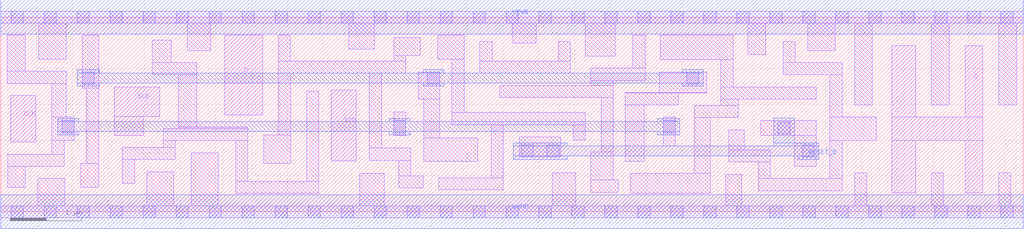
<source format=lef>
# Copyright 2020 The SkyWater PDK Authors
#
# Licensed under the Apache License, Version 2.0 (the "License");
# you may not use this file except in compliance with the License.
# You may obtain a copy of the License at
#
#     https://www.apache.org/licenses/LICENSE-2.0
#
# Unless required by applicable law or agreed to in writing, software
# distributed under the License is distributed on an "AS IS" BASIS,
# WITHOUT WARRANTIES OR CONDITIONS OF ANY KIND, either express or implied.
# See the License for the specific language governing permissions and
# limitations under the License.
#
# SPDX-License-Identifier: Apache-2.0

VERSION 5.7 ;
  NOWIREEXTENSIONATPIN ON ;
  DIVIDERCHAR "/" ;
  BUSBITCHARS "[]" ;
UNITS
  DATABASE MICRONS 200 ;
END UNITS
PROPERTYDEFINITIONS
  MACRO maskLayoutSubType STRING ;
  MACRO prCellType STRING ;
  MACRO originalViewName STRING ;
END PROPERTYDEFINITIONS
MACRO sky130_fd_sc_hdll__sdfrtp_4
  CLASS CORE ;
  FOREIGN sky130_fd_sc_hdll__sdfrtp_4 ;
  ORIGIN  0.000000  0.000000 ;
  SIZE  14.26000 BY  2.720000 ;
  SYMMETRY X Y R90 ;
  SITE unithd ;
  PIN CLK
    ANTENNAGATEAREA  0.277500 ;
    DIRECTION INPUT ;
    USE SIGNAL ;
    PORT
      LAYER li1 ;
        RECT 0.140000 0.975000 0.490000 1.625000 ;
    END
  END CLK
  PIN D
    ANTENNAGATEAREA  0.160200 ;
    DIRECTION INPUT ;
    USE SIGNAL ;
    PORT
      LAYER li1 ;
        RECT 3.120000 1.355000 3.655000 2.465000 ;
    END
  END D
  PIN Q
    ANTENNADIFFAREA  1.171500 ;
    DIRECTION OUTPUT ;
    USE SIGNAL ;
    PORT
      LAYER li1 ;
        RECT 12.425000 0.265000 12.755000 0.995000 ;
        RECT 12.425000 0.995000 13.695000 1.325000 ;
        RECT 12.425000 1.325000 12.755000 2.325000 ;
        RECT 13.445000 0.265000 13.695000 0.995000 ;
        RECT 13.445000 1.325000 13.695000 2.325000 ;
    END
  END Q
  PIN RESET_B
    ANTENNAGATEAREA  0.277200 ;
    DIRECTION INPUT ;
    USE SIGNAL ;
    PORT
      LAYER met1 ;
        RECT  7.145000 0.735000  7.900000 0.780000 ;
        RECT  7.145000 0.780000 11.405000 0.920000 ;
        RECT  7.145000 0.920000  7.900000 0.965000 ;
        RECT 10.775000 0.920000 11.405000 0.965000 ;
        RECT 10.775000 0.965000 11.065000 1.310000 ;
        RECT 11.115000 0.735000 11.405000 0.780000 ;
    END
  END RESET_B
  PIN SCD
    ANTENNAGATEAREA  0.172800 ;
    DIRECTION INPUT ;
    USE SIGNAL ;
    PORT
      LAYER li1 ;
        RECT 4.610000 0.710000 4.955000 1.700000 ;
    END
  END SCD
  PIN SCE
    ANTENNAGATEAREA  0.467400 ;
    DIRECTION INPUT ;
    USE SIGNAL ;
    PORT
      LAYER li1 ;
        RECT 1.585000 1.070000 1.990000 1.335000 ;
        RECT 1.585000 1.335000 2.220000 1.745000 ;
    END
  END SCE
  PIN VGND
    DIRECTION INOUT ;
    USE GROUND ;
    PORT
      LAYER met1 ;
        RECT 0.000000 -0.240000 14.260000 0.240000 ;
    END
  END VGND
  PIN VPWR
    DIRECTION INOUT ;
    USE POWER ;
    PORT
      LAYER met1 ;
        RECT 0.000000 2.480000 14.260000 2.960000 ;
    END
  END VPWR
  OBS
    LAYER li1 ;
      RECT  0.000000 -0.085000 14.260000 0.085000 ;
      RECT  0.000000  2.635000 14.260000 2.805000 ;
      RECT  0.090000  1.795000  0.915000 1.965000 ;
      RECT  0.090000  1.965000  0.345000 2.465000 ;
      RECT  0.095000  0.345000  0.345000 0.635000 ;
      RECT  0.095000  0.635000  0.885000 0.805000 ;
      RECT  0.515000  0.085000  0.895000 0.465000 ;
      RECT  0.530000  2.135000  0.910000 2.635000 ;
      RECT  0.710000  0.805000  0.885000 0.995000 ;
      RECT  0.710000  0.995000  1.025000 1.325000 ;
      RECT  0.710000  1.325000  0.915000 1.795000 ;
      RECT  1.115000  0.345000  1.365000 0.675000 ;
      RECT  1.135000  1.730000  1.365000 2.465000 ;
      RECT  1.195000  0.675000  1.365000 1.730000 ;
      RECT  1.695000  0.395000  1.865000 0.730000 ;
      RECT  1.695000  0.730000  2.435000 0.900000 ;
      RECT  2.035000  0.085000  2.415000 0.560000 ;
      RECT  2.110000  1.915000  2.730000 2.085000 ;
      RECT  2.110000  2.085000  2.380000 2.400000 ;
      RECT  2.265000  0.900000  2.435000 0.995000 ;
      RECT  2.265000  0.995000  3.445000 1.165000 ;
      RECT  2.475000  1.165000  3.445000 1.185000 ;
      RECT  2.475000  1.185000  2.730000 1.915000 ;
      RECT  2.600000  2.255000  2.930000 2.635000 ;
      RECT  2.655000  0.085000  3.035000 0.825000 ;
      RECT  3.275000  0.255000  4.435000 0.425000 ;
      RECT  3.275000  0.425000  3.445000 0.995000 ;
      RECT  3.665000  0.675000  4.045000 1.075000 ;
      RECT  3.870000  1.075000  4.045000 1.935000 ;
      RECT  3.870000  1.935000  5.650000 2.105000 ;
      RECT  3.870000  2.105000  4.040000 2.465000 ;
      RECT  4.265000  0.425000  4.435000 1.685000 ;
      RECT  4.855000  2.275000  5.205000 2.635000 ;
      RECT  5.005000  0.085000  5.350000 0.540000 ;
      RECT  5.140000  0.715000  5.720000 0.895000 ;
      RECT  5.140000  0.895000  5.310000 1.935000 ;
      RECT  5.480000  1.065000  5.650000 1.395000 ;
      RECT  5.480000  2.105000  5.650000 2.185000 ;
      RECT  5.480000  2.185000  5.850000 2.435000 ;
      RECT  5.550000  0.335000  5.890000 0.505000 ;
      RECT  5.550000  0.505000  5.720000 0.715000 ;
      RECT  5.820000  1.575000  6.120000 1.955000 ;
      RECT  5.900000  0.705000  6.650000 1.035000 ;
      RECT  5.900000  1.035000  6.120000 1.575000 ;
      RECT  6.095000  2.135000  6.460000 2.465000 ;
      RECT  6.110000  0.305000  7.010000 0.475000 ;
      RECT  6.290000  1.215000  8.150000 1.385000 ;
      RECT  6.290000  1.385000  6.460000 2.135000 ;
      RECT  6.680000  1.935000  7.940000 2.105000 ;
      RECT  6.680000  2.105000  6.850000 2.375000 ;
      RECT  6.840000  0.475000  7.010000 1.215000 ;
      RECT  6.960000  1.595000  8.540000 1.765000 ;
      RECT  7.135000  2.355000  7.465000 2.635000 ;
      RECT  7.230000  0.765000  7.810000 1.045000 ;
      RECT  7.690000  0.085000  8.020000 0.545000 ;
      RECT  7.770000  2.105000  7.940000 2.375000 ;
      RECT  7.980000  1.005000  8.150000 1.215000 ;
      RECT  8.150000  2.175000  8.570000 2.635000 ;
      RECT  8.230000  0.275000  8.610000 0.445000 ;
      RECT  8.230000  0.445000  8.540000 0.835000 ;
      RECT  8.230000  1.765000  8.540000 1.835000 ;
      RECT  8.230000  1.835000  8.985000 2.005000 ;
      RECT  8.370000  0.835000  8.540000 1.595000 ;
      RECT  8.710000  0.705000  8.970000 1.495000 ;
      RECT  8.710000  1.495000  9.445000 1.660000 ;
      RECT  8.710000  1.660000  9.845000 1.665000 ;
      RECT  8.780000  0.255000  9.890000 0.535000 ;
      RECT  8.815000  2.005000  8.985000 2.465000 ;
      RECT  9.185000  1.665000  9.845000 1.955000 ;
      RECT  9.195000  2.125000 10.215000 2.465000 ;
      RECT  9.235000  0.920000  9.405000 1.325000 ;
      RECT  9.670000  0.535000  9.890000 1.315000 ;
      RECT  9.670000  1.315000 10.285000 1.485000 ;
      RECT 10.040000  1.485000 10.285000 1.575000 ;
      RECT 10.040000  1.575000 11.370000 1.745000 ;
      RECT 10.040000  1.745000 10.215000 2.125000 ;
      RECT 10.110000  0.085000 10.330000 0.525000 ;
      RECT 10.150000  0.695000 10.730000 0.865000 ;
      RECT 10.150000  0.865000 10.370000 1.145000 ;
      RECT 10.415000  2.195000 10.665000 2.635000 ;
      RECT 10.560000  0.295000 11.735000 0.465000 ;
      RECT 10.560000  0.465000 10.730000 0.695000 ;
      RECT 10.600000  1.065000 11.370000 1.275000 ;
      RECT 10.910000  1.915000 11.730000 2.085000 ;
      RECT 10.910000  2.085000 11.080000 2.375000 ;
      RECT 11.065000  0.635000 11.370000 1.065000 ;
      RECT 11.255000  2.255000 11.635000 2.635000 ;
      RECT 11.560000  0.465000 11.735000 0.995000 ;
      RECT 11.560000  0.995000 12.205000 1.325000 ;
      RECT 11.560000  1.325000 11.730000 1.915000 ;
      RECT 11.905000  0.085000 12.075000 0.545000 ;
      RECT 11.905000  1.495000 12.155000 2.635000 ;
      RECT 12.975000  0.085000 13.145000 0.545000 ;
      RECT 12.975000  1.495000 13.225000 2.635000 ;
      RECT 13.915000  0.085000 14.085000 0.545000 ;
      RECT 13.915000  1.495000 14.165000 2.635000 ;
    LAYER mcon ;
      RECT  0.145000 -0.085000  0.315000 0.085000 ;
      RECT  0.145000  2.635000  0.315000 2.805000 ;
      RECT  0.605000 -0.085000  0.775000 0.085000 ;
      RECT  0.605000  2.635000  0.775000 2.805000 ;
      RECT  0.855000  1.105000  1.025000 1.275000 ;
      RECT  1.065000 -0.085000  1.235000 0.085000 ;
      RECT  1.065000  2.635000  1.235000 2.805000 ;
      RECT  1.135000  1.785000  1.305000 1.955000 ;
      RECT  1.525000 -0.085000  1.695000 0.085000 ;
      RECT  1.525000  2.635000  1.695000 2.805000 ;
      RECT  1.985000 -0.085000  2.155000 0.085000 ;
      RECT  1.985000  2.635000  2.155000 2.805000 ;
      RECT  2.445000 -0.085000  2.615000 0.085000 ;
      RECT  2.445000  2.635000  2.615000 2.805000 ;
      RECT  2.905000 -0.085000  3.075000 0.085000 ;
      RECT  2.905000  2.635000  3.075000 2.805000 ;
      RECT  3.365000 -0.085000  3.535000 0.085000 ;
      RECT  3.365000  2.635000  3.535000 2.805000 ;
      RECT  3.825000 -0.085000  3.995000 0.085000 ;
      RECT  3.825000  2.635000  3.995000 2.805000 ;
      RECT  4.285000 -0.085000  4.455000 0.085000 ;
      RECT  4.285000  2.635000  4.455000 2.805000 ;
      RECT  4.745000 -0.085000  4.915000 0.085000 ;
      RECT  4.745000  2.635000  4.915000 2.805000 ;
      RECT  5.205000 -0.085000  5.375000 0.085000 ;
      RECT  5.205000  2.635000  5.375000 2.805000 ;
      RECT  5.480000  1.105000  5.650000 1.275000 ;
      RECT  5.665000 -0.085000  5.835000 0.085000 ;
      RECT  5.665000  2.635000  5.835000 2.805000 ;
      RECT  5.950000  1.785000  6.120000 1.955000 ;
      RECT  6.125000 -0.085000  6.295000 0.085000 ;
      RECT  6.125000  2.635000  6.295000 2.805000 ;
      RECT  6.585000 -0.085000  6.755000 0.085000 ;
      RECT  6.585000  2.635000  6.755000 2.805000 ;
      RECT  7.045000 -0.085000  7.215000 0.085000 ;
      RECT  7.045000  2.635000  7.215000 2.805000 ;
      RECT  7.255000  0.765000  7.425000 0.935000 ;
      RECT  7.505000 -0.085000  7.675000 0.085000 ;
      RECT  7.505000  2.635000  7.675000 2.805000 ;
      RECT  7.615000  0.765000  7.785000 0.935000 ;
      RECT  7.965000 -0.085000  8.135000 0.085000 ;
      RECT  7.965000  2.635000  8.135000 2.805000 ;
      RECT  8.425000 -0.085000  8.595000 0.085000 ;
      RECT  8.425000  2.635000  8.595000 2.805000 ;
      RECT  8.885000 -0.085000  9.055000 0.085000 ;
      RECT  8.885000  2.635000  9.055000 2.805000 ;
      RECT  9.235000  1.105000  9.405000 1.275000 ;
      RECT  9.345000 -0.085000  9.515000 0.085000 ;
      RECT  9.345000  2.635000  9.515000 2.805000 ;
      RECT  9.565000  1.785000  9.735000 1.955000 ;
      RECT  9.805000 -0.085000  9.975000 0.085000 ;
      RECT  9.805000  2.635000  9.975000 2.805000 ;
      RECT 10.265000 -0.085000 10.435000 0.085000 ;
      RECT 10.265000  2.635000 10.435000 2.805000 ;
      RECT 10.725000 -0.085000 10.895000 0.085000 ;
      RECT 10.725000  2.635000 10.895000 2.805000 ;
      RECT 10.835000  1.085000 11.005000 1.255000 ;
      RECT 11.175000  0.765000 11.345000 0.935000 ;
      RECT 11.185000 -0.085000 11.355000 0.085000 ;
      RECT 11.185000  2.635000 11.355000 2.805000 ;
      RECT 11.645000 -0.085000 11.815000 0.085000 ;
      RECT 11.645000  2.635000 11.815000 2.805000 ;
      RECT 12.105000 -0.085000 12.275000 0.085000 ;
      RECT 12.105000  2.635000 12.275000 2.805000 ;
      RECT 12.565000 -0.085000 12.735000 0.085000 ;
      RECT 12.565000  2.635000 12.735000 2.805000 ;
      RECT 13.025000 -0.085000 13.195000 0.085000 ;
      RECT 13.025000  2.635000 13.195000 2.805000 ;
      RECT 13.485000 -0.085000 13.655000 0.085000 ;
      RECT 13.485000  2.635000 13.655000 2.805000 ;
      RECT 13.945000 -0.085000 14.115000 0.085000 ;
      RECT 13.945000  2.635000 14.115000 2.805000 ;
    LAYER met1 ;
      RECT 0.795000 1.075000 1.085000 1.120000 ;
      RECT 0.795000 1.120000 9.465000 1.260000 ;
      RECT 0.795000 1.260000 1.085000 1.305000 ;
      RECT 1.070000 1.755000 1.370000 1.800000 ;
      RECT 1.070000 1.800000 9.795000 1.940000 ;
      RECT 1.070000 1.940000 1.370000 1.985000 ;
      RECT 5.420000 1.075000 5.710000 1.120000 ;
      RECT 5.420000 1.260000 5.710000 1.305000 ;
      RECT 5.890000 1.755000 6.180000 1.800000 ;
      RECT 5.890000 1.940000 6.180000 1.985000 ;
      RECT 9.155000 1.075000 9.465000 1.120000 ;
      RECT 9.155000 1.260000 9.465000 1.305000 ;
      RECT 9.500000 1.755000 9.795000 1.800000 ;
      RECT 9.500000 1.940000 9.795000 1.985000 ;
  END
  PROPERTY maskLayoutSubType "abstract" ;
  PROPERTY prCellType "standard" ;
  PROPERTY originalViewName "layout" ;
END sky130_fd_sc_hdll__sdfrtp_4
END LIBRARY

</source>
